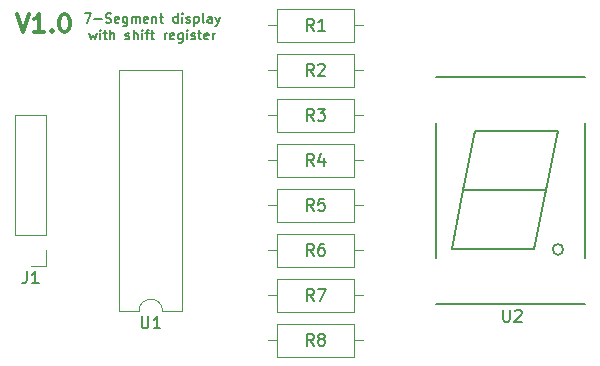
<source format=gbr>
G04 #@! TF.GenerationSoftware,KiCad,Pcbnew,(5.0.1-3-g963ef8bb5)*
G04 #@! TF.CreationDate,2018-11-27T14:44:22+08:00*
G04 #@! TF.ProjectId,SevenSegmentDisplayBoard,536576656E5365676D656E7444697370,1.0*
G04 #@! TF.SameCoordinates,Original*
G04 #@! TF.FileFunction,Legend,Top*
G04 #@! TF.FilePolarity,Positive*
%FSLAX46Y46*%
G04 Gerber Fmt 4.6, Leading zero omitted, Abs format (unit mm)*
G04 Created by KiCad (PCBNEW (5.0.1-3-g963ef8bb5)) date 2018 November 27, Tuesday 14:44:22*
%MOMM*%
%LPD*%
G01*
G04 APERTURE LIST*
%ADD10C,0.200000*%
%ADD11C,0.300000*%
%ADD12C,0.120000*%
%ADD13C,0.150000*%
G04 APERTURE END LIST*
D10*
X137903666Y-66298904D02*
X138437000Y-66298904D01*
X138094142Y-67098904D01*
X138741761Y-66794142D02*
X139351285Y-66794142D01*
X139694142Y-67060809D02*
X139808428Y-67098904D01*
X139998904Y-67098904D01*
X140075095Y-67060809D01*
X140113190Y-67022714D01*
X140151285Y-66946523D01*
X140151285Y-66870333D01*
X140113190Y-66794142D01*
X140075095Y-66756047D01*
X139998904Y-66717952D01*
X139846523Y-66679857D01*
X139770333Y-66641761D01*
X139732238Y-66603666D01*
X139694142Y-66527476D01*
X139694142Y-66451285D01*
X139732238Y-66375095D01*
X139770333Y-66337000D01*
X139846523Y-66298904D01*
X140037000Y-66298904D01*
X140151285Y-66337000D01*
X140798904Y-67060809D02*
X140722714Y-67098904D01*
X140570333Y-67098904D01*
X140494142Y-67060809D01*
X140456047Y-66984619D01*
X140456047Y-66679857D01*
X140494142Y-66603666D01*
X140570333Y-66565571D01*
X140722714Y-66565571D01*
X140798904Y-66603666D01*
X140837000Y-66679857D01*
X140837000Y-66756047D01*
X140456047Y-66832238D01*
X141522714Y-66565571D02*
X141522714Y-67213190D01*
X141484619Y-67289380D01*
X141446523Y-67327476D01*
X141370333Y-67365571D01*
X141256047Y-67365571D01*
X141179857Y-67327476D01*
X141522714Y-67060809D02*
X141446523Y-67098904D01*
X141294142Y-67098904D01*
X141217952Y-67060809D01*
X141179857Y-67022714D01*
X141141761Y-66946523D01*
X141141761Y-66717952D01*
X141179857Y-66641761D01*
X141217952Y-66603666D01*
X141294142Y-66565571D01*
X141446523Y-66565571D01*
X141522714Y-66603666D01*
X141903666Y-67098904D02*
X141903666Y-66565571D01*
X141903666Y-66641761D02*
X141941761Y-66603666D01*
X142017952Y-66565571D01*
X142132238Y-66565571D01*
X142208428Y-66603666D01*
X142246523Y-66679857D01*
X142246523Y-67098904D01*
X142246523Y-66679857D02*
X142284619Y-66603666D01*
X142360809Y-66565571D01*
X142475095Y-66565571D01*
X142551285Y-66603666D01*
X142589380Y-66679857D01*
X142589380Y-67098904D01*
X143275095Y-67060809D02*
X143198904Y-67098904D01*
X143046523Y-67098904D01*
X142970333Y-67060809D01*
X142932238Y-66984619D01*
X142932238Y-66679857D01*
X142970333Y-66603666D01*
X143046523Y-66565571D01*
X143198904Y-66565571D01*
X143275095Y-66603666D01*
X143313190Y-66679857D01*
X143313190Y-66756047D01*
X142932238Y-66832238D01*
X143656047Y-66565571D02*
X143656047Y-67098904D01*
X143656047Y-66641761D02*
X143694142Y-66603666D01*
X143770333Y-66565571D01*
X143884619Y-66565571D01*
X143960809Y-66603666D01*
X143998904Y-66679857D01*
X143998904Y-67098904D01*
X144265571Y-66565571D02*
X144570333Y-66565571D01*
X144379857Y-66298904D02*
X144379857Y-66984619D01*
X144417952Y-67060809D01*
X144494142Y-67098904D01*
X144570333Y-67098904D01*
X145789380Y-67098904D02*
X145789380Y-66298904D01*
X145789380Y-67060809D02*
X145713190Y-67098904D01*
X145560809Y-67098904D01*
X145484619Y-67060809D01*
X145446523Y-67022714D01*
X145408428Y-66946523D01*
X145408428Y-66717952D01*
X145446523Y-66641761D01*
X145484619Y-66603666D01*
X145560809Y-66565571D01*
X145713190Y-66565571D01*
X145789380Y-66603666D01*
X146170333Y-67098904D02*
X146170333Y-66565571D01*
X146170333Y-66298904D02*
X146132238Y-66337000D01*
X146170333Y-66375095D01*
X146208428Y-66337000D01*
X146170333Y-66298904D01*
X146170333Y-66375095D01*
X146513190Y-67060809D02*
X146589380Y-67098904D01*
X146741761Y-67098904D01*
X146817952Y-67060809D01*
X146856047Y-66984619D01*
X146856047Y-66946523D01*
X146817952Y-66870333D01*
X146741761Y-66832238D01*
X146627476Y-66832238D01*
X146551285Y-66794142D01*
X146513190Y-66717952D01*
X146513190Y-66679857D01*
X146551285Y-66603666D01*
X146627476Y-66565571D01*
X146741761Y-66565571D01*
X146817952Y-66603666D01*
X147198904Y-66565571D02*
X147198904Y-67365571D01*
X147198904Y-66603666D02*
X147275095Y-66565571D01*
X147427476Y-66565571D01*
X147503666Y-66603666D01*
X147541761Y-66641761D01*
X147579857Y-66717952D01*
X147579857Y-66946523D01*
X147541761Y-67022714D01*
X147503666Y-67060809D01*
X147427476Y-67098904D01*
X147275095Y-67098904D01*
X147198904Y-67060809D01*
X148037000Y-67098904D02*
X147960809Y-67060809D01*
X147922714Y-66984619D01*
X147922714Y-66298904D01*
X148684619Y-67098904D02*
X148684619Y-66679857D01*
X148646523Y-66603666D01*
X148570333Y-66565571D01*
X148417952Y-66565571D01*
X148341761Y-66603666D01*
X148684619Y-67060809D02*
X148608428Y-67098904D01*
X148417952Y-67098904D01*
X148341761Y-67060809D01*
X148303666Y-66984619D01*
X148303666Y-66908428D01*
X148341761Y-66832238D01*
X148417952Y-66794142D01*
X148608428Y-66794142D01*
X148684619Y-66756047D01*
X148989380Y-66565571D02*
X149179857Y-67098904D01*
X149370333Y-66565571D02*
X149179857Y-67098904D01*
X149103666Y-67289380D01*
X149065571Y-67327476D01*
X148989380Y-67365571D01*
X138322714Y-67965571D02*
X138475095Y-68498904D01*
X138627476Y-68117952D01*
X138779857Y-68498904D01*
X138932238Y-67965571D01*
X139237000Y-68498904D02*
X139237000Y-67965571D01*
X139237000Y-67698904D02*
X139198904Y-67737000D01*
X139237000Y-67775095D01*
X139275095Y-67737000D01*
X139237000Y-67698904D01*
X139237000Y-67775095D01*
X139503666Y-67965571D02*
X139808428Y-67965571D01*
X139617952Y-67698904D02*
X139617952Y-68384619D01*
X139656047Y-68460809D01*
X139732238Y-68498904D01*
X139808428Y-68498904D01*
X140075095Y-68498904D02*
X140075095Y-67698904D01*
X140417952Y-68498904D02*
X140417952Y-68079857D01*
X140379857Y-68003666D01*
X140303666Y-67965571D01*
X140189380Y-67965571D01*
X140113190Y-68003666D01*
X140075095Y-68041761D01*
X141370333Y-68460809D02*
X141446523Y-68498904D01*
X141598904Y-68498904D01*
X141675095Y-68460809D01*
X141713190Y-68384619D01*
X141713190Y-68346523D01*
X141675095Y-68270333D01*
X141598904Y-68232238D01*
X141484619Y-68232238D01*
X141408428Y-68194142D01*
X141370333Y-68117952D01*
X141370333Y-68079857D01*
X141408428Y-68003666D01*
X141484619Y-67965571D01*
X141598904Y-67965571D01*
X141675095Y-68003666D01*
X142056047Y-68498904D02*
X142056047Y-67698904D01*
X142398904Y-68498904D02*
X142398904Y-68079857D01*
X142360809Y-68003666D01*
X142284619Y-67965571D01*
X142170333Y-67965571D01*
X142094142Y-68003666D01*
X142056047Y-68041761D01*
X142779857Y-68498904D02*
X142779857Y-67965571D01*
X142779857Y-67698904D02*
X142741761Y-67737000D01*
X142779857Y-67775095D01*
X142817952Y-67737000D01*
X142779857Y-67698904D01*
X142779857Y-67775095D01*
X143046523Y-67965571D02*
X143351285Y-67965571D01*
X143160809Y-68498904D02*
X143160809Y-67813190D01*
X143198904Y-67737000D01*
X143275095Y-67698904D01*
X143351285Y-67698904D01*
X143503666Y-67965571D02*
X143808428Y-67965571D01*
X143617952Y-67698904D02*
X143617952Y-68384619D01*
X143656047Y-68460809D01*
X143732238Y-68498904D01*
X143808428Y-68498904D01*
X144684619Y-68498904D02*
X144684619Y-67965571D01*
X144684619Y-68117952D02*
X144722714Y-68041761D01*
X144760809Y-68003666D01*
X144837000Y-67965571D01*
X144913190Y-67965571D01*
X145484619Y-68460809D02*
X145408428Y-68498904D01*
X145256047Y-68498904D01*
X145179857Y-68460809D01*
X145141761Y-68384619D01*
X145141761Y-68079857D01*
X145179857Y-68003666D01*
X145256047Y-67965571D01*
X145408428Y-67965571D01*
X145484619Y-68003666D01*
X145522714Y-68079857D01*
X145522714Y-68156047D01*
X145141761Y-68232238D01*
X146208428Y-67965571D02*
X146208428Y-68613190D01*
X146170333Y-68689380D01*
X146132238Y-68727476D01*
X146056047Y-68765571D01*
X145941761Y-68765571D01*
X145865571Y-68727476D01*
X146208428Y-68460809D02*
X146132238Y-68498904D01*
X145979857Y-68498904D01*
X145903666Y-68460809D01*
X145865571Y-68422714D01*
X145827476Y-68346523D01*
X145827476Y-68117952D01*
X145865571Y-68041761D01*
X145903666Y-68003666D01*
X145979857Y-67965571D01*
X146132238Y-67965571D01*
X146208428Y-68003666D01*
X146589380Y-68498904D02*
X146589380Y-67965571D01*
X146589380Y-67698904D02*
X146551285Y-67737000D01*
X146589380Y-67775095D01*
X146627476Y-67737000D01*
X146589380Y-67698904D01*
X146589380Y-67775095D01*
X146932238Y-68460809D02*
X147008428Y-68498904D01*
X147160809Y-68498904D01*
X147237000Y-68460809D01*
X147275095Y-68384619D01*
X147275095Y-68346523D01*
X147237000Y-68270333D01*
X147160809Y-68232238D01*
X147046523Y-68232238D01*
X146970333Y-68194142D01*
X146932238Y-68117952D01*
X146932238Y-68079857D01*
X146970333Y-68003666D01*
X147046523Y-67965571D01*
X147160809Y-67965571D01*
X147237000Y-68003666D01*
X147503666Y-67965571D02*
X147808428Y-67965571D01*
X147617952Y-67698904D02*
X147617952Y-68384619D01*
X147656047Y-68460809D01*
X147732238Y-68498904D01*
X147808428Y-68498904D01*
X148379857Y-68460809D02*
X148303666Y-68498904D01*
X148151285Y-68498904D01*
X148075095Y-68460809D01*
X148037000Y-68384619D01*
X148037000Y-68079857D01*
X148075095Y-68003666D01*
X148151285Y-67965571D01*
X148303666Y-67965571D01*
X148379857Y-68003666D01*
X148417952Y-68079857D01*
X148417952Y-68156047D01*
X148037000Y-68232238D01*
X148760809Y-68498904D02*
X148760809Y-67965571D01*
X148760809Y-68117952D02*
X148798904Y-68041761D01*
X148837000Y-68003666D01*
X148913190Y-67965571D01*
X148989380Y-67965571D01*
D11*
X132207285Y-66361571D02*
X132707285Y-67861571D01*
X133207285Y-66361571D01*
X134493000Y-67861571D02*
X133635857Y-67861571D01*
X134064428Y-67861571D02*
X134064428Y-66361571D01*
X133921571Y-66575857D01*
X133778714Y-66718714D01*
X133635857Y-66790142D01*
X135135857Y-67718714D02*
X135207285Y-67790142D01*
X135135857Y-67861571D01*
X135064428Y-67790142D01*
X135135857Y-67718714D01*
X135135857Y-67861571D01*
X136135857Y-66361571D02*
X136278714Y-66361571D01*
X136421571Y-66433000D01*
X136493000Y-66504428D01*
X136564428Y-66647285D01*
X136635857Y-66933000D01*
X136635857Y-67290142D01*
X136564428Y-67575857D01*
X136493000Y-67718714D01*
X136421571Y-67790142D01*
X136278714Y-67861571D01*
X136135857Y-67861571D01*
X135993000Y-67790142D01*
X135921571Y-67718714D01*
X135850142Y-67575857D01*
X135778714Y-67290142D01*
X135778714Y-66933000D01*
X135850142Y-66647285D01*
X135921571Y-66504428D01*
X135993000Y-66433000D01*
X136135857Y-66361571D01*
D12*
G04 #@! TO.C,J1*
X134680000Y-74870000D02*
X132020000Y-74870000D01*
X134680000Y-85090000D02*
X134680000Y-74870000D01*
X132020000Y-85090000D02*
X132020000Y-74870000D01*
X134680000Y-85090000D02*
X132020000Y-85090000D01*
X134680000Y-86360000D02*
X134680000Y-87690000D01*
X134680000Y-87690000D02*
X133350000Y-87690000D01*
G04 #@! TO.C,R1*
X154210000Y-65940000D02*
X154210000Y-68680000D01*
X154210000Y-68680000D02*
X160750000Y-68680000D01*
X160750000Y-68680000D02*
X160750000Y-65940000D01*
X160750000Y-65940000D02*
X154210000Y-65940000D01*
X153440000Y-67310000D02*
X154210000Y-67310000D01*
X161520000Y-67310000D02*
X160750000Y-67310000D01*
G04 #@! TO.C,R2*
X161520000Y-71120000D02*
X160750000Y-71120000D01*
X153440000Y-71120000D02*
X154210000Y-71120000D01*
X160750000Y-69750000D02*
X154210000Y-69750000D01*
X160750000Y-72490000D02*
X160750000Y-69750000D01*
X154210000Y-72490000D02*
X160750000Y-72490000D01*
X154210000Y-69750000D02*
X154210000Y-72490000D01*
G04 #@! TO.C,R3*
X154210000Y-73560000D02*
X154210000Y-76300000D01*
X154210000Y-76300000D02*
X160750000Y-76300000D01*
X160750000Y-76300000D02*
X160750000Y-73560000D01*
X160750000Y-73560000D02*
X154210000Y-73560000D01*
X153440000Y-74930000D02*
X154210000Y-74930000D01*
X161520000Y-74930000D02*
X160750000Y-74930000D01*
G04 #@! TO.C,R4*
X161520000Y-78740000D02*
X160750000Y-78740000D01*
X153440000Y-78740000D02*
X154210000Y-78740000D01*
X160750000Y-77370000D02*
X154210000Y-77370000D01*
X160750000Y-80110000D02*
X160750000Y-77370000D01*
X154210000Y-80110000D02*
X160750000Y-80110000D01*
X154210000Y-77370000D02*
X154210000Y-80110000D01*
G04 #@! TO.C,R5*
X154210000Y-81180000D02*
X154210000Y-83920000D01*
X154210000Y-83920000D02*
X160750000Y-83920000D01*
X160750000Y-83920000D02*
X160750000Y-81180000D01*
X160750000Y-81180000D02*
X154210000Y-81180000D01*
X153440000Y-82550000D02*
X154210000Y-82550000D01*
X161520000Y-82550000D02*
X160750000Y-82550000D01*
G04 #@! TO.C,R6*
X161520000Y-86360000D02*
X160750000Y-86360000D01*
X153440000Y-86360000D02*
X154210000Y-86360000D01*
X160750000Y-84990000D02*
X154210000Y-84990000D01*
X160750000Y-87730000D02*
X160750000Y-84990000D01*
X154210000Y-87730000D02*
X160750000Y-87730000D01*
X154210000Y-84990000D02*
X154210000Y-87730000D01*
G04 #@! TO.C,R7*
X154210000Y-88800000D02*
X154210000Y-91540000D01*
X154210000Y-91540000D02*
X160750000Y-91540000D01*
X160750000Y-91540000D02*
X160750000Y-88800000D01*
X160750000Y-88800000D02*
X154210000Y-88800000D01*
X153440000Y-90170000D02*
X154210000Y-90170000D01*
X161520000Y-90170000D02*
X160750000Y-90170000D01*
G04 #@! TO.C,R8*
X161520000Y-93980000D02*
X160750000Y-93980000D01*
X153440000Y-93980000D02*
X154210000Y-93980000D01*
X160750000Y-92610000D02*
X154210000Y-92610000D01*
X160750000Y-95350000D02*
X160750000Y-92610000D01*
X154210000Y-95350000D02*
X160750000Y-95350000D01*
X154210000Y-92610000D02*
X154210000Y-95350000D01*
G04 #@! TO.C,U1*
X142510000Y-91500000D02*
G75*
G02X144510000Y-91500000I1000000J0D01*
G01*
X144510000Y-91500000D02*
X146160000Y-91500000D01*
X146160000Y-91500000D02*
X146160000Y-71060000D01*
X146160000Y-71060000D02*
X140860000Y-71060000D01*
X140860000Y-71060000D02*
X140860000Y-91500000D01*
X140860000Y-91500000D02*
X142510000Y-91500000D01*
D13*
G04 #@! TO.C,U2*
X178437214Y-86280000D02*
G75*
G03X178437214Y-86280000I-447214J0D01*
G01*
X167690000Y-71680000D02*
X180290000Y-71680000D01*
X180290000Y-75580000D02*
X180290000Y-86980000D01*
X167690000Y-75580000D02*
X167690000Y-86980000D01*
X180290000Y-90880000D02*
X167690000Y-90880000D01*
X170990000Y-76280000D02*
X177990000Y-76280000D01*
X176990000Y-81280000D02*
X169990000Y-81280000D01*
X177990000Y-76280000D02*
X176990000Y-81280000D01*
X175990000Y-86280000D02*
X176990000Y-81280000D01*
X168990000Y-86280000D02*
X175990000Y-86280000D01*
X169990000Y-81280000D02*
X168990000Y-86280000D01*
X170990000Y-76280000D02*
X169990000Y-81280000D01*
G04 #@! TO.C,J1*
X133016666Y-88142380D02*
X133016666Y-88856666D01*
X132969047Y-88999523D01*
X132873809Y-89094761D01*
X132730952Y-89142380D01*
X132635714Y-89142380D01*
X134016666Y-89142380D02*
X133445238Y-89142380D01*
X133730952Y-89142380D02*
X133730952Y-88142380D01*
X133635714Y-88285238D01*
X133540476Y-88380476D01*
X133445238Y-88428095D01*
G04 #@! TO.C,R1*
X157313333Y-67762380D02*
X156980000Y-67286190D01*
X156741904Y-67762380D02*
X156741904Y-66762380D01*
X157122857Y-66762380D01*
X157218095Y-66810000D01*
X157265714Y-66857619D01*
X157313333Y-66952857D01*
X157313333Y-67095714D01*
X157265714Y-67190952D01*
X157218095Y-67238571D01*
X157122857Y-67286190D01*
X156741904Y-67286190D01*
X158265714Y-67762380D02*
X157694285Y-67762380D01*
X157980000Y-67762380D02*
X157980000Y-66762380D01*
X157884761Y-66905238D01*
X157789523Y-67000476D01*
X157694285Y-67048095D01*
G04 #@! TO.C,R2*
X157313333Y-71572380D02*
X156980000Y-71096190D01*
X156741904Y-71572380D02*
X156741904Y-70572380D01*
X157122857Y-70572380D01*
X157218095Y-70620000D01*
X157265714Y-70667619D01*
X157313333Y-70762857D01*
X157313333Y-70905714D01*
X157265714Y-71000952D01*
X157218095Y-71048571D01*
X157122857Y-71096190D01*
X156741904Y-71096190D01*
X157694285Y-70667619D02*
X157741904Y-70620000D01*
X157837142Y-70572380D01*
X158075238Y-70572380D01*
X158170476Y-70620000D01*
X158218095Y-70667619D01*
X158265714Y-70762857D01*
X158265714Y-70858095D01*
X158218095Y-71000952D01*
X157646666Y-71572380D01*
X158265714Y-71572380D01*
G04 #@! TO.C,R3*
X157313333Y-75382380D02*
X156980000Y-74906190D01*
X156741904Y-75382380D02*
X156741904Y-74382380D01*
X157122857Y-74382380D01*
X157218095Y-74430000D01*
X157265714Y-74477619D01*
X157313333Y-74572857D01*
X157313333Y-74715714D01*
X157265714Y-74810952D01*
X157218095Y-74858571D01*
X157122857Y-74906190D01*
X156741904Y-74906190D01*
X157646666Y-74382380D02*
X158265714Y-74382380D01*
X157932380Y-74763333D01*
X158075238Y-74763333D01*
X158170476Y-74810952D01*
X158218095Y-74858571D01*
X158265714Y-74953809D01*
X158265714Y-75191904D01*
X158218095Y-75287142D01*
X158170476Y-75334761D01*
X158075238Y-75382380D01*
X157789523Y-75382380D01*
X157694285Y-75334761D01*
X157646666Y-75287142D01*
G04 #@! TO.C,R4*
X157313333Y-79192380D02*
X156980000Y-78716190D01*
X156741904Y-79192380D02*
X156741904Y-78192380D01*
X157122857Y-78192380D01*
X157218095Y-78240000D01*
X157265714Y-78287619D01*
X157313333Y-78382857D01*
X157313333Y-78525714D01*
X157265714Y-78620952D01*
X157218095Y-78668571D01*
X157122857Y-78716190D01*
X156741904Y-78716190D01*
X158170476Y-78525714D02*
X158170476Y-79192380D01*
X157932380Y-78144761D02*
X157694285Y-78859047D01*
X158313333Y-78859047D01*
G04 #@! TO.C,R5*
X157313333Y-83002380D02*
X156980000Y-82526190D01*
X156741904Y-83002380D02*
X156741904Y-82002380D01*
X157122857Y-82002380D01*
X157218095Y-82050000D01*
X157265714Y-82097619D01*
X157313333Y-82192857D01*
X157313333Y-82335714D01*
X157265714Y-82430952D01*
X157218095Y-82478571D01*
X157122857Y-82526190D01*
X156741904Y-82526190D01*
X158218095Y-82002380D02*
X157741904Y-82002380D01*
X157694285Y-82478571D01*
X157741904Y-82430952D01*
X157837142Y-82383333D01*
X158075238Y-82383333D01*
X158170476Y-82430952D01*
X158218095Y-82478571D01*
X158265714Y-82573809D01*
X158265714Y-82811904D01*
X158218095Y-82907142D01*
X158170476Y-82954761D01*
X158075238Y-83002380D01*
X157837142Y-83002380D01*
X157741904Y-82954761D01*
X157694285Y-82907142D01*
G04 #@! TO.C,R6*
X157313333Y-86812380D02*
X156980000Y-86336190D01*
X156741904Y-86812380D02*
X156741904Y-85812380D01*
X157122857Y-85812380D01*
X157218095Y-85860000D01*
X157265714Y-85907619D01*
X157313333Y-86002857D01*
X157313333Y-86145714D01*
X157265714Y-86240952D01*
X157218095Y-86288571D01*
X157122857Y-86336190D01*
X156741904Y-86336190D01*
X158170476Y-85812380D02*
X157980000Y-85812380D01*
X157884761Y-85860000D01*
X157837142Y-85907619D01*
X157741904Y-86050476D01*
X157694285Y-86240952D01*
X157694285Y-86621904D01*
X157741904Y-86717142D01*
X157789523Y-86764761D01*
X157884761Y-86812380D01*
X158075238Y-86812380D01*
X158170476Y-86764761D01*
X158218095Y-86717142D01*
X158265714Y-86621904D01*
X158265714Y-86383809D01*
X158218095Y-86288571D01*
X158170476Y-86240952D01*
X158075238Y-86193333D01*
X157884761Y-86193333D01*
X157789523Y-86240952D01*
X157741904Y-86288571D01*
X157694285Y-86383809D01*
G04 #@! TO.C,R7*
X157313333Y-90622380D02*
X156980000Y-90146190D01*
X156741904Y-90622380D02*
X156741904Y-89622380D01*
X157122857Y-89622380D01*
X157218095Y-89670000D01*
X157265714Y-89717619D01*
X157313333Y-89812857D01*
X157313333Y-89955714D01*
X157265714Y-90050952D01*
X157218095Y-90098571D01*
X157122857Y-90146190D01*
X156741904Y-90146190D01*
X157646666Y-89622380D02*
X158313333Y-89622380D01*
X157884761Y-90622380D01*
G04 #@! TO.C,R8*
X157313333Y-94432380D02*
X156980000Y-93956190D01*
X156741904Y-94432380D02*
X156741904Y-93432380D01*
X157122857Y-93432380D01*
X157218095Y-93480000D01*
X157265714Y-93527619D01*
X157313333Y-93622857D01*
X157313333Y-93765714D01*
X157265714Y-93860952D01*
X157218095Y-93908571D01*
X157122857Y-93956190D01*
X156741904Y-93956190D01*
X157884761Y-93860952D02*
X157789523Y-93813333D01*
X157741904Y-93765714D01*
X157694285Y-93670476D01*
X157694285Y-93622857D01*
X157741904Y-93527619D01*
X157789523Y-93480000D01*
X157884761Y-93432380D01*
X158075238Y-93432380D01*
X158170476Y-93480000D01*
X158218095Y-93527619D01*
X158265714Y-93622857D01*
X158265714Y-93670476D01*
X158218095Y-93765714D01*
X158170476Y-93813333D01*
X158075238Y-93860952D01*
X157884761Y-93860952D01*
X157789523Y-93908571D01*
X157741904Y-93956190D01*
X157694285Y-94051428D01*
X157694285Y-94241904D01*
X157741904Y-94337142D01*
X157789523Y-94384761D01*
X157884761Y-94432380D01*
X158075238Y-94432380D01*
X158170476Y-94384761D01*
X158218095Y-94337142D01*
X158265714Y-94241904D01*
X158265714Y-94051428D01*
X158218095Y-93956190D01*
X158170476Y-93908571D01*
X158075238Y-93860952D01*
G04 #@! TO.C,U1*
X142748095Y-91952380D02*
X142748095Y-92761904D01*
X142795714Y-92857142D01*
X142843333Y-92904761D01*
X142938571Y-92952380D01*
X143129047Y-92952380D01*
X143224285Y-92904761D01*
X143271904Y-92857142D01*
X143319523Y-92761904D01*
X143319523Y-91952380D01*
X144319523Y-92952380D02*
X143748095Y-92952380D01*
X144033809Y-92952380D02*
X144033809Y-91952380D01*
X143938571Y-92095238D01*
X143843333Y-92190476D01*
X143748095Y-92238095D01*
G04 #@! TO.C,U2*
X173355095Y-91400380D02*
X173355095Y-92209904D01*
X173402714Y-92305142D01*
X173450333Y-92352761D01*
X173545571Y-92400380D01*
X173736047Y-92400380D01*
X173831285Y-92352761D01*
X173878904Y-92305142D01*
X173926523Y-92209904D01*
X173926523Y-91400380D01*
X174355095Y-91495619D02*
X174402714Y-91448000D01*
X174497952Y-91400380D01*
X174736047Y-91400380D01*
X174831285Y-91448000D01*
X174878904Y-91495619D01*
X174926523Y-91590857D01*
X174926523Y-91686095D01*
X174878904Y-91828952D01*
X174307476Y-92400380D01*
X174926523Y-92400380D01*
G04 #@! TD*
M02*

</source>
